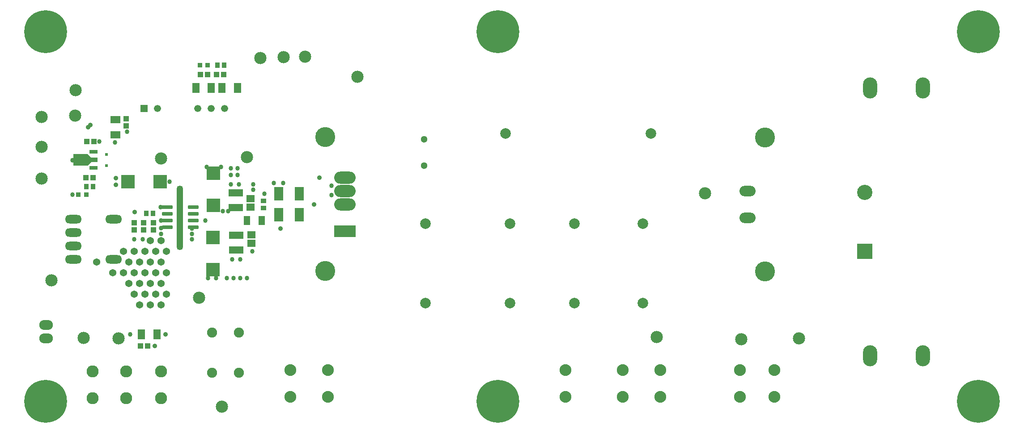
<source format=gts>
G04*
G04 #@! TF.GenerationSoftware,Altium Limited,Altium Designer,21.1.1 (26)*
G04*
G04 Layer_Color=8388736*
%FSLAX25Y25*%
%MOIN*%
G70*
G04*
G04 #@! TF.SameCoordinates,8D04C4F7-E2C1-42FD-A476-B4637558DBC3*
G04*
G04*
G04 #@! TF.FilePolarity,Negative*
G04*
G01*
G75*
%ADD42R,0.05906X0.02638*%
%ADD43R,0.07087X0.10236*%
%ADD44R,0.05118X0.06890*%
%ADD45R,0.03740X0.04134*%
%ADD46R,0.03543X0.03543*%
%ADD47R,0.10039X0.10433*%
%ADD48R,0.03937X0.04331*%
%ADD49R,0.02362X0.02362*%
%ADD50R,0.04331X0.03937*%
%ADD51R,0.05906X0.05512*%
%ADD52R,0.04134X0.03740*%
%ADD53R,0.11024X0.05512*%
%ADD54R,0.10433X0.10039*%
G04:AMPARAMS|DCode=55|XSize=81.5mil|YSize=27.56mil|CornerRadius=4.92mil|HoleSize=0mil|Usage=FLASHONLY|Rotation=0.000|XOffset=0mil|YOffset=0mil|HoleType=Round|Shape=RoundedRectangle|*
%AMROUNDEDRECTD55*
21,1,0.08150,0.01772,0,0,0.0*
21,1,0.07165,0.02756,0,0,0.0*
1,1,0.00984,0.03583,-0.00886*
1,1,0.00984,-0.03583,-0.00886*
1,1,0.00984,-0.03583,0.00886*
1,1,0.00984,0.03583,0.00886*
%
%ADD55ROUNDEDRECTD55*%
%ADD56R,0.05512X0.07480*%
%ADD57R,0.07480X0.05512*%
%ADD58C,0.09094*%
%ADD59C,0.07480*%
%ADD60C,0.14905*%
%ADD61C,0.05118*%
%ADD62O,0.15984X0.09016*%
%ADD63R,0.15984X0.09016*%
%ADD64C,0.08839*%
%ADD65R,0.11344X0.11344*%
%ADD66C,0.11344*%
%ADD67O,0.12000X0.07874*%
%ADD68C,0.07874*%
%ADD69O,0.10630X0.15748*%
%ADD70O,0.10236X0.07284*%
%ADD71O,0.04937X0.48244*%
%ADD72C,0.31890*%
%ADD73O,0.12394X0.06394*%
%ADD74C,0.08957*%
%ADD75C,0.05236*%
%ADD76R,0.05236X0.05236*%
%ADD77C,0.03394*%
%ADD78C,0.05394*%
%ADD79C,0.03594*%
G36*
X90843Y207631D02*
X101276D01*
X103934Y204973D01*
X108757D01*
Y201627D01*
X103934D01*
X101276Y198969D01*
X90843D01*
Y207631D01*
D02*
G37*
D42*
X105607Y197395D02*
D03*
Y209206D02*
D03*
D43*
X259100Y177974D02*
D03*
Y162226D02*
D03*
X243700Y177974D02*
D03*
Y162226D02*
D03*
D44*
X231000Y158000D02*
D03*
X219976D02*
D03*
D45*
X203159Y274100D02*
D03*
X198041D02*
D03*
X105559Y183400D02*
D03*
X100441D02*
D03*
X145100Y163400D02*
D03*
X150218D02*
D03*
D46*
X190905Y274100D02*
D03*
X185000D02*
D03*
X94547Y177200D02*
D03*
X100453D02*
D03*
D47*
X195100Y193309D02*
D03*
Y169491D02*
D03*
X194800Y121491D02*
D03*
Y145309D02*
D03*
D48*
X100100Y189900D02*
D03*
X105415D02*
D03*
X202600Y266900D02*
D03*
X197285D02*
D03*
X140685Y64500D02*
D03*
X146000D02*
D03*
X185285Y266900D02*
D03*
X190600D02*
D03*
X105957Y217000D02*
D03*
X100643D02*
D03*
D49*
X115300Y207434D02*
D03*
Y199166D02*
D03*
D50*
X143000Y156400D02*
D03*
Y151085D02*
D03*
X150400Y151143D02*
D03*
Y156457D02*
D03*
X136100Y156358D02*
D03*
Y151042D02*
D03*
X130200Y228842D02*
D03*
Y234157D02*
D03*
D51*
X222800Y168001D02*
D03*
Y174300D02*
D03*
X223300Y141101D02*
D03*
Y147400D02*
D03*
D52*
X232500Y172618D02*
D03*
Y167500D02*
D03*
D53*
X211900Y178612D02*
D03*
Y167588D02*
D03*
X212100Y147100D02*
D03*
Y136076D02*
D03*
D54*
X131491Y186900D02*
D03*
X155309D02*
D03*
D55*
X180224Y168100D02*
D03*
Y163100D02*
D03*
Y158100D02*
D03*
Y153100D02*
D03*
X160776D02*
D03*
Y158100D02*
D03*
Y163100D02*
D03*
Y168100D02*
D03*
D56*
X153000Y73000D02*
D03*
X141583D02*
D03*
X193417Y257000D02*
D03*
X182000D02*
D03*
X213000D02*
D03*
X201583D02*
D03*
D57*
X122000Y233300D02*
D03*
Y221883D02*
D03*
D58*
X124500Y70000D02*
D03*
X98500Y70500D02*
D03*
X201500Y19000D02*
D03*
X631500Y70000D02*
D03*
X588500Y69500D02*
D03*
X525500Y71000D02*
D03*
X302500Y265500D02*
D03*
X67000Y189500D02*
D03*
Y235500D02*
D03*
Y213000D02*
D03*
X92500Y255500D02*
D03*
X92000Y236500D02*
D03*
X184500Y100500D02*
D03*
X74500Y113500D02*
D03*
X263500Y280500D02*
D03*
X230000Y279500D02*
D03*
X247500Y280000D02*
D03*
X561500Y178500D02*
D03*
X156000Y204500D02*
D03*
X220000Y205500D02*
D03*
D59*
X214000Y44500D02*
D03*
X194000D02*
D03*
Y74500D02*
D03*
X214000D02*
D03*
D60*
X606000Y120000D02*
D03*
Y220000D02*
D03*
X278500Y120200D02*
D03*
Y220200D02*
D03*
D61*
X352000Y199158D02*
D03*
Y218843D02*
D03*
D62*
X293000Y170000D02*
D03*
Y190000D02*
D03*
Y180000D02*
D03*
D63*
Y150000D02*
D03*
D64*
X613000Y26500D02*
D03*
Y46500D02*
D03*
X280500Y26500D02*
D03*
Y46500D02*
D03*
X500000D02*
D03*
Y26500D02*
D03*
X587500Y46500D02*
D03*
Y26500D02*
D03*
X528000Y46500D02*
D03*
Y26500D02*
D03*
X457500Y46500D02*
D03*
Y26500D02*
D03*
X252500Y46500D02*
D03*
Y26500D02*
D03*
D65*
X680549Y135100D02*
D03*
D66*
Y178900D02*
D03*
D67*
X593000Y159894D02*
D03*
Y180000D02*
D03*
D68*
X464000Y96472D02*
D03*
Y155528D02*
D03*
X515000Y96472D02*
D03*
Y155528D02*
D03*
X416000Y96472D02*
D03*
Y155528D02*
D03*
X412866Y223000D02*
D03*
X521134D02*
D03*
X353000Y96472D02*
D03*
Y155528D02*
D03*
D69*
X723685Y257000D02*
D03*
X684315D02*
D03*
X723685Y57000D02*
D03*
X684315D02*
D03*
D70*
X70500Y80000D02*
D03*
Y70000D02*
D03*
D71*
X170000Y160000D02*
D03*
D72*
X407000Y299000D02*
D03*
X70200Y23000D02*
D03*
Y299000D02*
D03*
X765000Y23000D02*
D03*
Y299000D02*
D03*
X407000Y23000D02*
D03*
D73*
X120600Y159100D02*
D03*
Y129100D02*
D03*
X90600D02*
D03*
Y139100D02*
D03*
Y149100D02*
D03*
Y159100D02*
D03*
D74*
X156200Y25200D02*
D03*
Y45200D02*
D03*
X130200Y25200D02*
D03*
Y45200D02*
D03*
X105200Y25200D02*
D03*
Y45200D02*
D03*
D75*
X193394Y241642D02*
D03*
X203395D02*
D03*
X183395D02*
D03*
X153394D02*
D03*
D76*
X143394D02*
D03*
D77*
X224787Y185000D02*
D03*
Y181000D02*
D03*
X191000Y115000D02*
D03*
X197000D02*
D03*
X210000D02*
D03*
X205000D02*
D03*
X209000Y129000D02*
D03*
X179000Y144000D02*
D03*
X99828Y189900D02*
D03*
X202000Y165000D02*
D03*
X189000Y158000D02*
D03*
X90000Y203000D02*
D03*
X156000Y152500D02*
D03*
Y158000D02*
D03*
X206000Y165000D02*
D03*
X200787Y198000D02*
D03*
X208000Y197000D02*
D03*
Y192000D02*
D03*
X213000D02*
D03*
X214000Y185000D02*
D03*
X213000Y197000D02*
D03*
X208000Y185000D02*
D03*
X190000Y198000D02*
D03*
X179000Y148000D02*
D03*
X110200Y217000D02*
D03*
X179000Y152000D02*
D03*
X283000Y177000D02*
D03*
Y184000D02*
D03*
X247000Y186000D02*
D03*
X240000D02*
D03*
X233000Y178000D02*
D03*
X224000Y135000D02*
D03*
X215000Y129000D02*
D03*
X156000Y148000D02*
D03*
X220000Y115000D02*
D03*
X215000D02*
D03*
X162500Y187000D02*
D03*
X90000Y177200D02*
D03*
X121900Y216400D02*
D03*
X130600Y224200D02*
D03*
X142500Y144100D02*
D03*
X136000D02*
D03*
X155700Y168100D02*
D03*
X133000Y73000D02*
D03*
D78*
X156000Y143000D02*
D03*
X160000Y135000D02*
D03*
X156000Y127000D02*
D03*
X160000Y119000D02*
D03*
X156000Y111000D02*
D03*
X160000Y103000D02*
D03*
X156000Y95000D02*
D03*
X148000Y143000D02*
D03*
X152000Y135000D02*
D03*
X148000Y127000D02*
D03*
X152000Y119000D02*
D03*
X148000Y111000D02*
D03*
X152000Y103000D02*
D03*
X148000Y95000D02*
D03*
X144000Y135000D02*
D03*
X140000Y127000D02*
D03*
X144000Y119000D02*
D03*
X140000Y111000D02*
D03*
X144000Y103000D02*
D03*
X140000Y95000D02*
D03*
X136000Y135000D02*
D03*
X132000Y127000D02*
D03*
X136000Y119000D02*
D03*
X132000Y111000D02*
D03*
X136000Y103000D02*
D03*
X128000Y135000D02*
D03*
Y119000D02*
D03*
X120000D02*
D03*
X108000Y127000D02*
D03*
D79*
X122563Y184563D02*
D03*
Y189562D02*
D03*
X500000Y47500D02*
D03*
X245000Y152000D02*
D03*
X270000Y170000D02*
D03*
X274000Y190000D02*
D03*
X103500Y229500D02*
D03*
X101600Y227600D02*
D03*
X151500Y64500D02*
D03*
X159500Y73000D02*
D03*
X136500Y164500D02*
D03*
M02*

</source>
